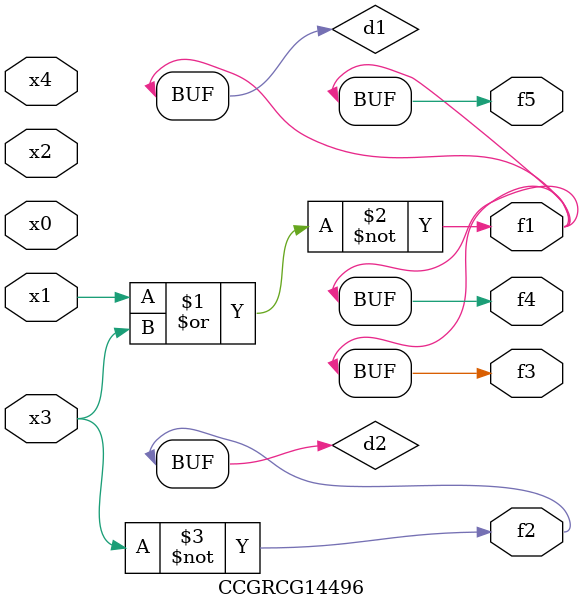
<source format=v>
module CCGRCG14496(
	input x0, x1, x2, x3, x4,
	output f1, f2, f3, f4, f5
);

	wire d1, d2;

	nor (d1, x1, x3);
	not (d2, x3);
	assign f1 = d1;
	assign f2 = d2;
	assign f3 = d1;
	assign f4 = d1;
	assign f5 = d1;
endmodule

</source>
